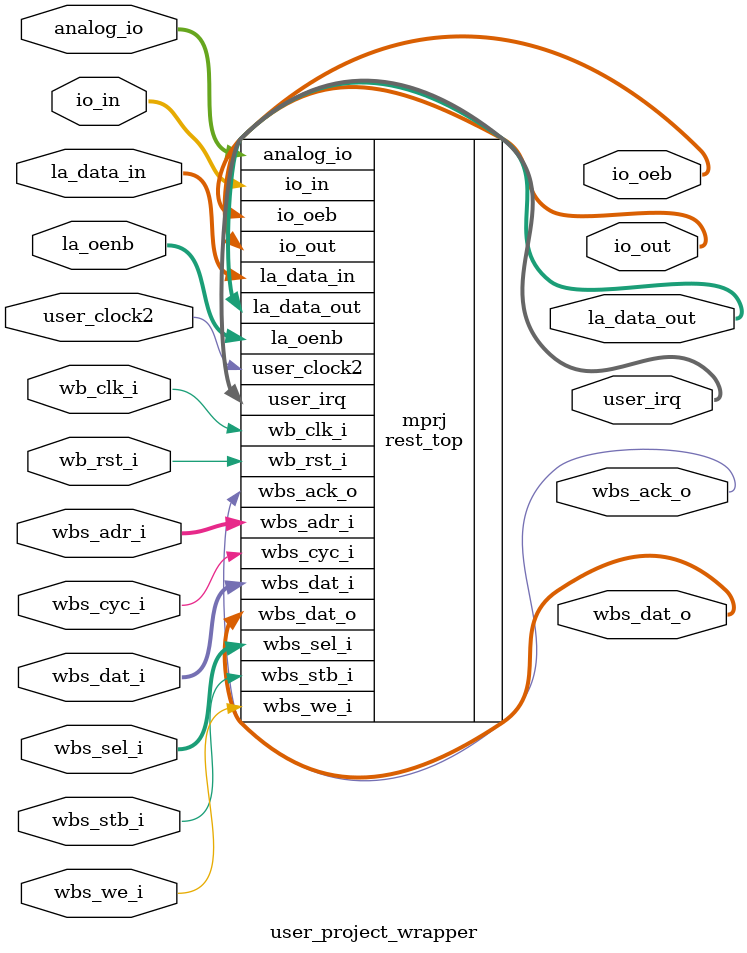
<source format=v>
/**
 * Copyright 2020 MERL
 *
 * Licensed under the Apache License, Version 2.0 (the "License");
 * you may not use this file except in compliance with the License.
 * You may obtain a copy of the License at
 *
 *      https://www.apache.org/licenses/LICENSE-2.0
 *
 * Unless required by applicable law or agreed to in writing, software
 * distributed under the License is distributed on an "AS IS" BASIS,
 * WITHOUT WARRANTIES OR CONDITIONS OF ANY KIND, either express or implied.
 * See the License for the specific language governing permissions and
 * limitations under the License.
 */
`define MPRJ_IO_PADS 38


module user_project_wrapper (
`ifdef USE_POWER_PINS
    inout vdda1,	// User area 1 3.3V supply
    inout vdda2,	// User area 2 3.3V supply
    inout vssa1,	// User area 1 analog ground
    inout vssa2,	// User area 2 analog ground
    inout vccd1,	// User area 1 1.8V supply
    inout vccd2,	// User area 2 1.8v supply
    inout vssd1,	// User area 1 digital ground
    inout vssd2,	// User area 2 digital ground
`endif

    // Wishbone Slave ports (WB MI A)
    input wb_clk_i,
    input wb_rst_i,
    input wbs_stb_i,
    input wbs_cyc_i,
    input wbs_we_i,
    input [3:0] wbs_sel_i,
    input [31:0] wbs_dat_i,
    input [31:0] wbs_adr_i,
    output wbs_ack_o,
    output [31:0] wbs_dat_o,

    // Logic Analyzer Signals
    input  [127:0] la_data_in,
    output [127:0] la_data_out,
    input  [127:0] la_oenb,

    // IOs
    input  [`MPRJ_IO_PADS-1:0] io_in,
    output [`MPRJ_IO_PADS-1:0] io_out,
    output [`MPRJ_IO_PADS-1:0] io_oeb,

    // Analog (direct connection to GPIO pad---use with caution)
    // Note that analog I/O is not available on the 7 lowest-numbered
    // GPIO pads, and so the analog_io indexing is offset from the
    // GPIO indexing by 7 (also upper 2 GPIOs do not have analog_io).
    inout [`MPRJ_IO_PADS-10:0] analog_io,

    // Independent clock (on independent integer divider)
    input   user_clock2,

    // User maskable interrupt signals
    output [2:0] user_irq
);

rest_top mprj (
`ifdef USE_POWER_PINS
    .vccd1	(vccd1),	// User area 1 1.8V supply
    .vssd1	(vssd1),	// User area 1 digital ground
`endif

    // Wishbone Slave ports (WB MI A)
    .wb_clk_i	(wb_clk_i),
    .wb_rst_i	(wb_rst_i),
    .wbs_stb_i	(wbs_stb_i),
    .wbs_cyc_i	(wbs_cyc_i),
    .wbs_we_i	(wbs_we_i),
    .wbs_sel_i	(wbs_sel_i),
    .wbs_dat_i	(wbs_dat_i),
    .wbs_adr_i	(wbs_adr_i),
    .wbs_ack_o	(wbs_ack_o),
    .wbs_dat_o	(wbs_dat_o),

    // Logic Analyzer Signals
    .la_data_in	(la_data_in),
    .la_data_out(la_data_out),
    .la_oenb	(la_oenb),

    // IOs
    .io_in	(io_in),
    .io_out	(io_out),
    .io_oeb	(io_oeb),

    // Analog (direct connection to GPIO pad---use with caution)
    // Note that analog I/O is not available on the 7 lowest-numbered
    // GPIO pads, and so the analog_io indexing is offset from the
    // GPIO indexing by 7 (also upper 2 GPIOs do not have analog_io).
    .analog_io	(analog_io),

    // Independent clock (on independent integer divider)
    .user_clock2(user_clock2),

    // User maskable interrupt signals
    .user_irq	(user_irq)
);

endmodule	// user_project_wrapper

</source>
